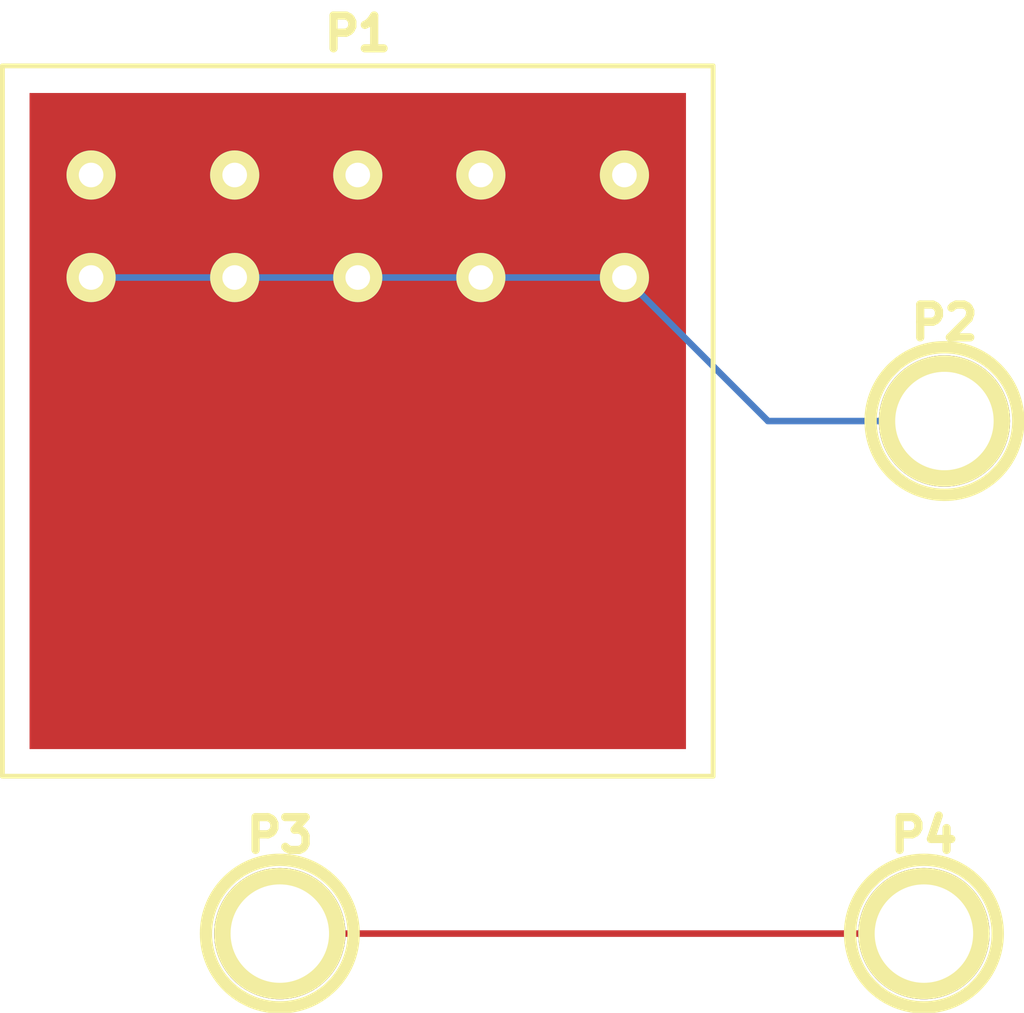
<source format=kicad_pcb>
(kicad_pcb (version 20171130) (host pcbnew 5.1.5-52549c5~84~ubuntu18.04.1)

  (general
    (thickness 1.6002)
    (drawings 0)
    (tracks 13)
    (zones 0)
    (modules 4)
    (nets 3)
  )

  (page A4)
  (layers
    (0 Dessus signal)
    (31 Dessous signal)
    (32 B.Adhes user)
    (33 F.Adhes user)
    (34 B.Paste user)
    (35 F.Paste user)
    (36 B.SilkS user)
    (37 F.SilkS user)
    (38 B.Mask user)
    (39 F.Mask user)
    (40 Dwgs.User user)
    (41 Cmts.User user)
    (42 Eco1.User user)
    (43 Eco2.User user)
    (44 Edge.Cuts user)
    (45 Margin user)
    (46 B.CrtYd user)
    (47 F.CrtYd user)
    (48 B.Fab user)
    (49 F.Fab user)
  )

  (setup
    (last_trace_width 0.2032)
    (trace_clearance 0.254)
    (zone_clearance 0.508)
    (zone_45_only no)
    (trace_min 0.2032)
    (via_size 0.889)
    (via_drill 0.635)
    (via_min_size 0.889)
    (via_min_drill 0.508)
    (uvia_size 0.508)
    (uvia_drill 0.127)
    (uvias_allowed no)
    (uvia_min_size 0.508)
    (uvia_min_drill 0.127)
    (edge_width 0.381)
    (segment_width 0.381)
    (pcb_text_width 0.3048)
    (pcb_text_size 1.524 2.032)
    (mod_edge_width 0.381)
    (mod_text_size 1.524 1.524)
    (mod_text_width 0.3048)
    (pad_size 1.524 1.524)
    (pad_drill 0.8128)
    (pad_to_mask_clearance 0.254)
    (aux_axis_origin 0 0)
    (visible_elements 7FFFFFFF)
    (pcbplotparams
      (layerselection 0x00030_80000001)
      (usegerberextensions true)
      (usegerberattributes false)
      (usegerberadvancedattributes false)
      (creategerberjobfile false)
      (excludeedgelayer true)
      (linewidth 0.150000)
      (plotframeref false)
      (viasonmask false)
      (mode 1)
      (useauxorigin false)
      (hpglpennumber 1)
      (hpglpenspeed 20)
      (hpglpendiameter 15.000000)
      (psnegative false)
      (psa4output false)
      (plotreference true)
      (plotvalue true)
      (plotinvisibletext false)
      (padsonsilk false)
      (subtractmaskfromsilk false)
      (outputformat 1)
      (mirror false)
      (drillshape 1)
      (scaleselection 1)
      (outputdirectory ""))
  )

  (net 0 "")
  (net 1 /NET1)
  (net 2 /NET2)

  (net_class Default "Ceci est la Netclass par défaut"
    (clearance 0.254)
    (trace_width 0.2032)
    (via_dia 0.889)
    (via_drill 0.635)
    (uvia_dia 0.508)
    (uvia_drill 0.127)
    (add_net /NET1)
    (add_net /NET2)
  )

  (module 1pin (layer Dessus) (tedit 553E7303) (tstamp 4EE505BA)
    (at 89.535 45.593)
    (descr "module 1 pin (ou trou mecanique de percage)")
    (tags DEV)
    (path /4EDF7CC5)
    (fp_text reference P1 (at 0 -12) (layer F.SilkS)
      (effects (font (size 1.016 1.016) (thickness 0.254)))
    )
    (fp_text value CONN_1 (at 0 12) (layer F.SilkS) hide
      (effects (font (size 1.016 1.016) (thickness 0.254)))
    )
    (fp_line (start -11 -11) (end 11 -11) (layer F.SilkS) (width 0.15))
    (fp_line (start 11 -11) (end 11 11) (layer F.SilkS) (width 0.15))
    (fp_line (start 11 11) (end -11 11) (layer F.SilkS) (width 0.15))
    (fp_line (start -11 11) (end -11 -11) (layer F.SilkS) (width 0.15))
    (pad 1 smd rect (at 0 0) (size 20.32 20.32) (layers Dessus F.Paste F.Mask)
      (net 2 /NET2))
    (pad 1 thru_hole circle (at -8.255 -7.62) (size 1.524 1.524) (drill 0.762) (layers *.Cu *.Mask F.SilkS)
      (net 2 /NET2))
    (pad 1 thru_hole circle (at -3.81 -7.62) (size 1.524 1.524) (drill 0.762) (layers *.Cu *.Mask F.SilkS)
      (net 2 /NET2))
    (pad 1 thru_hole circle (at 0 -7.62) (size 1.524 1.524) (drill 0.762) (layers *.Cu *.Mask F.SilkS)
      (net 2 /NET2))
    (pad 1 thru_hole circle (at 3.81 -7.62) (size 1.524 1.524) (drill 0.762) (layers *.Cu *.Mask F.SilkS)
      (net 2 /NET2))
    (pad 1 thru_hole circle (at 8.255 -7.62) (size 1.524 1.524) (drill 0.762) (layers *.Cu *.Mask F.SilkS)
      (net 2 /NET2))
    (pad 1 thru_hole circle (at 8.255 -4.445) (size 1.524 1.524) (drill 0.762) (layers *.Cu *.Mask F.SilkS)
      (net 2 /NET2))
    (pad 1 thru_hole circle (at 3.81 -4.445) (size 1.524 1.524) (drill 0.762) (layers *.Cu *.Mask F.SilkS)
      (net 2 /NET2))
    (pad 1 thru_hole circle (at 0 -4.445) (size 1.524 1.524) (drill 0.762) (layers *.Cu *.Mask F.SilkS)
      (net 2 /NET2))
    (pad 1 thru_hole circle (at -3.81 -4.445) (size 1.524 1.524) (drill 0.762) (layers *.Cu *.Mask F.SilkS)
      (net 2 /NET2))
    (pad 1 thru_hole circle (at -8.255 -4.445) (size 1.524 1.524) (drill 0.762) (layers *.Cu *.Mask F.SilkS)
      (net 2 /NET2))
  )

  (module 1pin (layer Dessus) (tedit 200000) (tstamp 4EE505BC)
    (at 107.696 45.593)
    (descr "module 1 pin (ou trou mecanique de percage)")
    (tags DEV)
    (path /4EDF7CC0)
    (fp_text reference P2 (at 0 -3.048) (layer F.SilkS)
      (effects (font (size 1.016 1.016) (thickness 0.254)))
    )
    (fp_text value CONN_1 (at 0 2.794) (layer F.SilkS) hide
      (effects (font (size 1.016 1.016) (thickness 0.254)))
    )
    (fp_circle (center 0 0) (end 0 -2.286) (layer F.SilkS) (width 0.381))
    (pad 1 thru_hole circle (at 0 0) (size 4.064 4.064) (drill 3.048) (layers *.Cu *.Mask F.SilkS)
      (net 2 /NET2))
  )

  (module 1pin (layer Dessus) (tedit 200000) (tstamp 4EE505BE)
    (at 87.122 61.468)
    (descr "module 1 pin (ou trou mecanique de percage)")
    (tags DEV)
    (path /4EE5056C)
    (fp_text reference P3 (at 0 -3.048) (layer F.SilkS)
      (effects (font (size 1.016 1.016) (thickness 0.254)))
    )
    (fp_text value CONN_1 (at 0 2.794) (layer F.SilkS) hide
      (effects (font (size 1.016 1.016) (thickness 0.254)))
    )
    (fp_circle (center 0 0) (end 0 -2.286) (layer F.SilkS) (width 0.381))
    (pad 1 thru_hole circle (at 0 0) (size 4.064 4.064) (drill 3.048) (layers *.Cu *.Mask F.SilkS)
      (net 1 /NET1))
  )

  (module 1pin (layer Dessus) (tedit 4EE8A1D1) (tstamp 4EE505C0)
    (at 107.061 61.468)
    (descr "module 1 pin (ou trou mecanique de percage)")
    (tags DEV)
    (path /4EE5056D)
    (fp_text reference P4 (at 0 -3.048) (layer F.SilkS)
      (effects (font (size 1.016 1.016) (thickness 0.254)))
    )
    (fp_text value CONN_1 (at 0 2.794) (layer F.SilkS) hide
      (effects (font (size 1.016 1.016) (thickness 0.254)))
    )
    (fp_circle (center 0 0) (end 0 -2.286) (layer F.SilkS) (width 0.381))
    (pad 1 thru_hole circle (at 0 0) (size 4.064 4.064) (drill 3.048) (layers *.Cu *.Mask F.SilkS)
      (net 1 /NET1) (die_length 7.62))
  )

  (segment (start 107.061 61.468) (end 87.122 61.468) (width 0.2032) (layer Dessus) (net 1))
  (segment (start 81.28 41.148) (end 85.725 41.148) (width 0.2032) (layer Dessous) (net 2))
  (segment (start 89.535 41.148) (end 89.535 45.593) (width 0.2032) (layer Dessus) (net 2))
  (segment (start 89.535 37.973) (end 89.535 41.148) (width 0.2032) (layer Dessus) (net 2))
  (segment (start 89.535 41.148) (end 85.725 41.148) (width 0.2032) (layer Dessous) (net 2))
  (segment (start 93.345 41.148) (end 89.535 41.148) (width 0.2032) (layer Dessous) (net 2))
  (segment (start 97.79 41.148) (end 93.345 41.148) (width 0.2032) (layer Dessous) (net 2))
  (segment (start 107.696 45.593) (end 102.235 45.593) (width 0.2032) (layer Dessous) (net 2))
  (segment (start 102.235 45.593) (end 97.79 41.148) (width 0.2032) (layer Dessous) (net 2))
  (segment (start 97.79 41.148) (end 97.79 37.973) (width 0.2032) (layer Dessus) (net 2))
  (segment (start 93.345 41.148) (end 93.345 37.973) (width 0.2032) (layer Dessus) (net 2))
  (segment (start 85.725 41.148) (end 85.725 37.973) (width 0.2032) (layer Dessus) (net 2))
  (segment (start 81.28 41.148) (end 81.28 37.973) (width 0.2032) (layer Dessus) (net 2))

)

</source>
